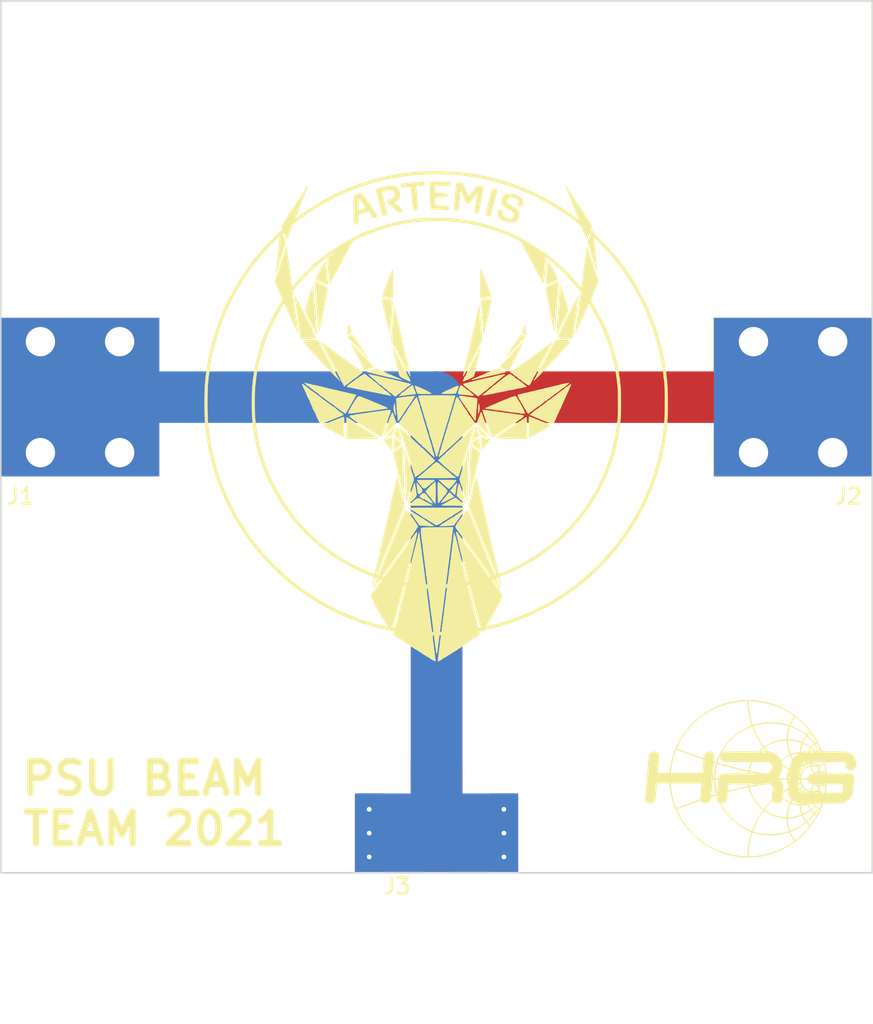
<source format=kicad_pcb>
(kicad_pcb (version 20171130) (host pcbnew "(5.1.9)-1")
  (layers (0 F.Cu signal) (31 B.Cu signal) (34 B.Paste user) (35 F.Paste user) (36 B.SilkS user) (37 F.SilkS user) (38 B.Mask user) (39 F.Mask user) (44 Edge.Cuts user))
  (net 0 "")
  (net 1 "Net-(J1-Pad1)")
  (net 2 "Net-(J2-Pad1)")
  (module "Antenna Adapter:HRG-logo" (layer F.Cu) (at 137.16 99.06)
    (fp_text reference G*** hide)
    (fp_text value LOGO hide)
  )
  (module "Antenna Adapter:Artemis_Logo" (layer F.Cu) (at 117.475 76.2)
    (fp_text reference G*** hide)
    (fp_text value LOGO hide)
  )
  (module "Antenna Adapter:Wire_Clamp" (layer F.Cu) (at 135 75 270)
    (fp_text reference J2 (at 6.25 -8.5 180) (layer F.SilkS))
    (fp_text value Conn_01x01)
    (pad 1 thru_hole circle (at 3.5 -2.5 270) (size 2.7 2.7) (drill 1.85) (layers *.Cu *.Mask) (net 2 "Net-(J2-Pad1)"))
    (pad 1 thru_hole circle (at 3.5 -7.5 270) (size 2.7 2.7) (drill 1.85) (layers *.Cu *.Mask) (net 2 "Net-(J2-Pad1)"))
    (pad 1 thru_hole circle (at -3.5 -2.5 270) (size 2.7 2.7) (drill 1.85) (layers *.Cu *.Mask) (net 2 "Net-(J2-Pad1)"))
    (pad 1 thru_hole circle (at -3.5 -7.5 270) (size 2.7 2.7) (drill 1.85) (layers *.Cu *.Mask) (net 2 "Net-(J2-Pad1)"))
    (pad 1 smd rect (at 0 -5 270) (size 10 10) (layers F.Cu F.Paste F.Mask) (net 2 "Net-(J2-Pad1)"))
    (pad 1 smd rect (at 0 -5 270) (size 10 10) (layers B.Cu B.Paste B.Mask) (net 2 "Net-(J2-Pad1)"))
  )
  (module "Antenna Adapter:Wire_Clamp" (layer F.Cu) (at 100 75 90)
    (fp_text reference J1 (at -6.25 -8.75) (layer F.SilkS))
    (fp_text value Conn_01x01)
    (pad 1 thru_hole circle (at 3.5 -2.5 90) (size 2.7 2.7) (drill 1.85) (layers *.Cu *.Mask) (net 1 "Net-(J1-Pad1)"))
    (pad 1 thru_hole circle (at 3.5 -7.5 90) (size 2.7 2.7) (drill 1.85) (layers *.Cu *.Mask) (net 1 "Net-(J1-Pad1)"))
    (pad 1 thru_hole circle (at -3.5 -2.5 90) (size 2.7 2.7) (drill 1.85) (layers *.Cu *.Mask) (net 1 "Net-(J1-Pad1)"))
    (pad 1 thru_hole circle (at -3.5 -7.5 90) (size 2.7 2.7) (drill 1.85) (layers *.Cu *.Mask) (net 1 "Net-(J1-Pad1)"))
    (pad 1 smd rect (at 0 -5 90) (size 10 10) (layers F.Cu F.Paste F.Mask) (net 1 "Net-(J1-Pad1)"))
    (pad 1 smd rect (at 0 -5 90) (size 10 10) (layers B.Cu B.Paste B.Mask) (net 1 "Net-(J1-Pad1)"))
  )
  (module "Antenna Adapter:Amphenol_132255_Edge" (layer F.Cu) (at 117.5 105)
    (fp_text reference J3 (at -2.5 0.85) (layer F.SilkS))
    (fp_text value Conn_01x02)
    (pad 2 smd rect (at 4.25 -0.05) (size 1.8 5) (drill (offset 0 -2.45)) (layers B.Cu B.Paste B.Mask) (net 1 "Net-(J1-Pad1)"))
    (pad 2 smd rect (at -4.25 -0.05) (size 1.8 5) (drill (offset 0 -2.45)) (layers B.Cu B.Paste B.Mask) (net 1 "Net-(J1-Pad1)"))
    (pad 2 smd rect (at -4.25 -0.05) (size 1.8 5) (drill (offset 0 -2.45)) (layers F.Cu F.Paste F.Mask) (net 1 "Net-(J1-Pad1)"))
    (pad 2 smd rect (at 4.25 -0.05) (size 1.8 5) (drill (offset 0 -2.45)) (layers F.Cu F.Paste F.Mask) (net 1 "Net-(J1-Pad1)"))
    (pad 1 smd rect (at 0 0) (size 1.6 5.6) (drill (offset 0 -2.8)) (layers F.Cu F.Paste F.Mask) (net 2 "Net-(J2-Pad1)"))
  )
  (module "Antenna Adapter:Signal_Pad_to_3.25mm" (layer F.Cu) (at 117.5 103.5 90)
    (fp_text reference uwT***** hide)
    (fp_text value Signal_Pad_to_3.25mm)
    (pad 1 smd custom (at 0 0 90) (size 1 1.5) (layers F.Cu) (net 2 "Net-(J2-Pad1)") (options (clearance outline) (anchor rect)) (primitives (gr_poly (pts (xy -0.5 -0.75) (xy 0.5 -0.75) (xy 3.5 -1.625) (xy 5.5 -1.625) (xy 5.5 1.625) (xy 3.5 1.625) (xy 0.5 0.75) (xy -0.5 0.75)) (width 0))))
    (pad 1 smd rect (at 4.5 0 90) (size 2 3.25) (layers F.Cu) (net 2 "Net-(J2-Pad1)"))
  )
  (gr_text "TEAM 2021" (at 99.695 102.235) (layer F.SilkS) (effects (font (size 2 2) (thickness 0.4))))
  (gr_text "PSU BEAM" (at 99.06 99.06) (layer F.SilkS) (effects (font (size 2 2) (thickness 0.4))))
  (gr_line (start 145 50) (end 145 105) (layer Edge.Cuts) (width 0.1))
  (gr_line (start 90 50) (end 145 50) (layer Edge.Cuts) (width 0.1))
  (gr_line (start 90 105) (end 90 50) (layer Edge.Cuts) (width 0.1))
  (gr_line (start 145 105) (end 90 105) (layer Edge.Cuts) (width 0.1))
  (via (at 121.75 104) (size 0.5) (drill 0.3) (layers F.Cu B.Cu) (net 1))
  (via (at 121.75 101) (size 0.5) (drill 0.3) (layers F.Cu B.Cu) (net 1))
  (via (at 121.75 102.5) (size 0.5) (drill 0.3) (layers F.Cu B.Cu) (net 1))
  (via (at 113.25 104) (size 0.5) (drill 0.3) (layers F.Cu B.Cu) (net 1))
  (via (at 113.25 102.5) (size 0.5) (drill 0.3) (layers F.Cu B.Cu) (net 1))
  (via (at 113.25 101) (size 0.5) (drill 0.3) (layers F.Cu B.Cu) (net 1))
  (segment (start 95 75) (end 117.5 75) (width 3.25) (layer B.Cu) (net 1))
  (segment (start 117.5 75) (end 117.5 102.5) (width 3.25) (layer B.Cu) (net 1))
  (segment (start 140 75) (end 117.5 75) (width 3.25) (layer F.Cu) (net 2))
  (segment (start 117.5 75) (end 117.5 99) (width 3.25) (layer F.Cu) (net 2))
  (zone (net 1) (net_name "Net-(J1-Pad1)") (layer B.Cu) (connect_pads thru_hole_only (clearance 0)) (min_thickness 0.254) (fill yes (arc_segments 32) (thermal_gap 0.508) (thermal_bridge_width 0.508))
    (polygon (pts (xy 122.5 105) (xy 112.5 105) (xy 112.5 100) (xy 122.5 100)))
  )
)
</source>
